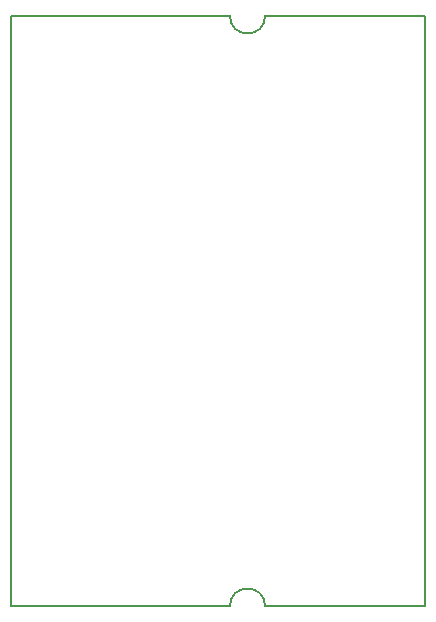
<source format=gbr>
G04 #@! TF.FileFunction,Profile,NP*
%FSLAX46Y46*%
G04 Gerber Fmt 4.6, Leading zero omitted, Abs format (unit mm)*
G04 Created by KiCad (PCBNEW 4.0.4-stable) date 11/06/16 21:46:29*
%MOMM*%
%LPD*%
G01*
G04 APERTURE LIST*
%ADD10C,0.100000*%
%ADD11C,0.150000*%
G04 APERTURE END LIST*
D10*
D11*
X18500000Y-50000000D02*
X0Y-50000000D01*
X21500000Y-50000000D02*
X35000000Y-50000000D01*
X21500000Y0D02*
X35000000Y0D01*
X18500000Y0D02*
X0Y0D01*
X18500000Y0D02*
G75*
G03X21500000Y0I1500000J0D01*
G01*
X21500000Y-50000000D02*
G75*
G03X18500000Y-50000000I-1500000J0D01*
G01*
X35000000Y0D02*
X35000000Y-50000000D01*
X0Y0D02*
X0Y-50000000D01*
M02*

</source>
